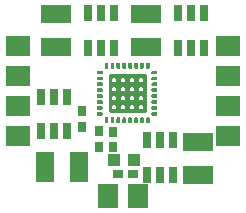
<source format=gts>
G04 DipTrace 2.4.0.2*
%INSocialLightsmall.gts*%
%MOIN*%
%ADD10C,0.0098*%
%ADD28C,0.0065*%
%ADD41R,0.0685X0.0816*%
%ADD43R,0.0816X0.0685*%
%ADD45R,0.0646X0.1039*%
%ADD47R,0.1039X0.0646*%
%ADD49R,0.0291X0.0528*%
%ADD51R,0.037X0.0291*%
%ADD53R,0.0449X0.0409*%
%ADD55R,0.0291X0.037*%
%FSLAX44Y44*%
G04*
G70*
G90*
G75*
G01*
%LNTopMask*%
%LPD*%
D55*
X6635Y6083D3*
Y5572D3*
D53*
X7796Y5119D3*
X7127D3*
D51*
X7774Y4643D3*
X7262D3*
D49*
X9111Y5778D3*
X8678D3*
X8245D3*
Y4616D3*
X8678D3*
X9111D3*
D47*
X9950Y5730D3*
Y4628D3*
D49*
X9254Y8856D3*
X9687D3*
X10120D3*
Y10018D3*
X9687D3*
X9254D3*
D47*
X8187Y8886D3*
Y9988D3*
D49*
X6254Y8856D3*
X6687D3*
X7120D3*
Y10018D3*
X6687D3*
X6254D3*
D47*
X5187Y8886D3*
Y9988D3*
D49*
X5562Y7241D3*
X5129D3*
X4696D3*
Y6079D3*
X5129D3*
X5562D3*
D45*
X5953Y4880D3*
X4850D3*
D43*
X3937Y7937D3*
Y8937D3*
X10937D3*
Y7937D3*
X3937Y6937D3*
Y5937D3*
X10937Y6937D3*
Y5937D3*
D41*
X7937Y3937D3*
X6937D3*
D55*
X7098Y5547D3*
Y6059D3*
X6066Y6749D3*
Y6237D3*
X7629Y7199D2*
D28*
Y7206D1*
X7630Y7214D1*
X7631Y7221D1*
X7633Y7229D1*
X7635Y7236D1*
X7638Y7243D1*
X7641Y7250D1*
X7645Y7257D1*
X7649Y7263D1*
X7654Y7269D1*
X7658Y7275D1*
X7664Y7280D1*
X7669Y7285D1*
X7675Y7290D1*
X7681Y7294D1*
X7688Y7298D1*
X7695Y7301D1*
X7702Y7303D1*
X7709Y7305D1*
X7716Y7307D1*
X7723Y7308D1*
X7730Y7309D1*
X7738D1*
X7745Y7308D1*
X7752Y7307D1*
X7759Y7305D1*
X7766Y7303D1*
X7773Y7301D1*
X7780Y7298D1*
X7786Y7294D1*
X7793Y7290D1*
X7799Y7285D1*
X7804Y7280D1*
X7809Y7275D1*
X7814Y7269D1*
X7819Y7263D1*
X7823Y7257D1*
X7827Y7250D1*
X7830Y7243D1*
X7833Y7236D1*
X7835Y7229D1*
X7837Y7221D1*
X7838Y7214D1*
X7839Y7206D1*
Y7199D1*
Y7191D1*
X7838Y7183D1*
X7837Y7176D1*
X7835Y7168D1*
X7833Y7161D1*
X7830Y7154D1*
X7827Y7147D1*
X7823Y7140D1*
X7819Y7134D1*
X7814Y7128D1*
X7809Y7122D1*
X7804Y7117D1*
X7799Y7112D1*
X7793Y7107D1*
X7786Y7103D1*
X7780Y7100D1*
X7773Y7097D1*
X7766Y7094D1*
X7759Y7092D1*
X7752Y7090D1*
X7745Y7089D1*
X7738D1*
X7730D1*
X7723D1*
X7716Y7090D1*
X7709Y7092D1*
X7702Y7094D1*
X7695Y7097D1*
X7688Y7100D1*
X7681Y7103D1*
X7675Y7107D1*
X7669Y7112D1*
X7664Y7117D1*
X7658Y7122D1*
X7654Y7128D1*
X7649Y7134D1*
X7645Y7140D1*
X7641Y7147D1*
X7638Y7154D1*
X7635Y7161D1*
X7633Y7168D1*
X7631Y7176D1*
X7630Y7183D1*
X7629Y7191D1*
Y7199D1*
X7029D2*
Y7206D1*
X7030Y7214D1*
X7031Y7221D1*
X7033Y7229D1*
X7035Y7236D1*
X7038Y7243D1*
X7041Y7250D1*
X7045Y7257D1*
X7049Y7263D1*
X7054Y7269D1*
X7059Y7275D1*
X7064Y7280D1*
X7070Y7285D1*
X7075Y7290D1*
X7082Y7294D1*
X7088Y7298D1*
X7095Y7301D1*
X7102Y7303D1*
X7109Y7305D1*
X7116Y7307D1*
X7123Y7308D1*
X7131Y7309D1*
X7138D1*
X7145Y7308D1*
X7152Y7307D1*
X7160Y7305D1*
X7167Y7303D1*
X7174Y7301D1*
X7180Y7298D1*
X7187Y7294D1*
X7193Y7290D1*
X7199Y7285D1*
X7204Y7280D1*
X7210Y7275D1*
X7215Y7269D1*
X7219Y7263D1*
X7223Y7257D1*
X7227Y7250D1*
X7230Y7243D1*
X7233Y7236D1*
X7235Y7229D1*
X7237Y7221D1*
X7238Y7214D1*
X7239Y7206D1*
Y7199D1*
Y7191D1*
X7238Y7183D1*
X7237Y7176D1*
X7235Y7168D1*
X7233Y7161D1*
X7230Y7154D1*
X7227Y7147D1*
X7223Y7140D1*
X7219Y7134D1*
X7215Y7128D1*
X7210Y7122D1*
X7204Y7117D1*
X7199Y7112D1*
X7193Y7107D1*
X7187Y7103D1*
X7180Y7100D1*
X7174Y7097D1*
X7167Y7094D1*
X7160Y7092D1*
X7152Y7090D1*
X7145Y7089D1*
X7138D1*
X7131D1*
X7123D1*
X7116Y7090D1*
X7109Y7092D1*
X7102Y7094D1*
X7095Y7097D1*
X7088Y7100D1*
X7082Y7103D1*
X7075Y7107D1*
X7070Y7112D1*
X7064Y7117D1*
X7059Y7122D1*
X7054Y7128D1*
X7049Y7134D1*
X7045Y7140D1*
X7041Y7147D1*
X7038Y7154D1*
X7035Y7161D1*
X7033Y7168D1*
X7031Y7176D1*
X7030Y7183D1*
X7029Y7191D1*
Y7199D1*
X7928D2*
Y7206D1*
X7929Y7214D1*
X7930Y7221D1*
X7932Y7229D1*
X7934Y7236D1*
X7937Y7243D1*
X7940Y7250D1*
X7944Y7257D1*
X7948Y7263D1*
X7953Y7269D1*
X7958Y7275D1*
X7963Y7280D1*
X7968Y7285D1*
X7974Y7290D1*
X7981Y7294D1*
X7987Y7298D1*
X7994Y7301D1*
X8001Y7303D1*
X8008Y7305D1*
X8015Y7307D1*
X8022Y7308D1*
X8029Y7309D1*
X8037D1*
X8044Y7308D1*
X8051Y7307D1*
X8059Y7305D1*
X8066Y7303D1*
X8072Y7301D1*
X8079Y7298D1*
X8086Y7294D1*
X8092Y7290D1*
X8098Y7285D1*
X8103Y7280D1*
X8109Y7275D1*
X8114Y7269D1*
X8118Y7263D1*
X8122Y7257D1*
X8126Y7250D1*
X8129Y7243D1*
X8132Y7236D1*
X8134Y7229D1*
X8136Y7221D1*
X8137Y7214D1*
X8138Y7206D1*
Y7199D1*
Y7191D1*
X8137Y7183D1*
X8136Y7176D1*
X8134Y7168D1*
X8132Y7161D1*
X8129Y7154D1*
X8126Y7147D1*
X8122Y7140D1*
X8118Y7134D1*
X8114Y7128D1*
X8109Y7122D1*
X8103Y7117D1*
X8098Y7112D1*
X8092Y7107D1*
X8086Y7103D1*
X8079Y7100D1*
X8072Y7097D1*
X8066Y7094D1*
X8059Y7092D1*
X8051Y7090D1*
X8044Y7089D1*
X8037D1*
X8029D1*
X8022D1*
X8015Y7090D1*
X8008Y7092D1*
X8001Y7094D1*
X7994Y7097D1*
X7987Y7100D1*
X7981Y7103D1*
X7974Y7107D1*
X7968Y7112D1*
X7963Y7117D1*
X7958Y7122D1*
X7953Y7128D1*
X7948Y7134D1*
X7944Y7140D1*
X7940Y7147D1*
X7937Y7154D1*
X7934Y7161D1*
X7932Y7168D1*
X7930Y7176D1*
X7929Y7183D1*
X7928Y7191D1*
Y7199D1*
X7328D2*
X7329Y7206D1*
Y7214D1*
X7331Y7221D1*
X7332Y7229D1*
X7335Y7236D1*
X7338Y7243D1*
X7341Y7250D1*
X7344Y7257D1*
X7348Y7263D1*
X7353Y7269D1*
X7358Y7275D1*
X7363Y7280D1*
X7369Y7285D1*
X7375Y7290D1*
X7381Y7294D1*
X7387Y7298D1*
X7394Y7301D1*
X7401Y7303D1*
X7408Y7305D1*
X7415Y7307D1*
X7422Y7308D1*
X7430Y7309D1*
X7437D1*
X7444Y7308D1*
X7452Y7307D1*
X7459Y7305D1*
X7466Y7303D1*
X7473Y7301D1*
X7479Y7298D1*
X7486Y7294D1*
X7492Y7290D1*
X7498Y7285D1*
X7504Y7280D1*
X7509Y7275D1*
X7514Y7269D1*
X7518Y7263D1*
X7523Y7257D1*
X7526Y7250D1*
X7529Y7243D1*
X7532Y7236D1*
X7534Y7229D1*
X7536Y7221D1*
X7537Y7214D1*
X7538Y7206D1*
Y7199D1*
Y7191D1*
X7537Y7183D1*
X7536Y7176D1*
X7534Y7168D1*
X7532Y7161D1*
X7529Y7154D1*
X7526Y7147D1*
X7523Y7140D1*
X7518Y7134D1*
X7514Y7128D1*
X7509Y7122D1*
X7504Y7117D1*
X7498Y7112D1*
X7492Y7107D1*
X7486Y7103D1*
X7479Y7100D1*
X7473Y7097D1*
X7466Y7094D1*
X7459Y7092D1*
X7452Y7090D1*
X7444Y7089D1*
X7437D1*
X7430D1*
X7422D1*
X7415Y7090D1*
X7408Y7092D1*
X7401Y7094D1*
X7394Y7097D1*
X7387Y7100D1*
X7381Y7103D1*
X7375Y7107D1*
X7369Y7112D1*
X7363Y7117D1*
X7358Y7122D1*
X7353Y7128D1*
X7348Y7134D1*
X7344Y7140D1*
X7341Y7147D1*
X7338Y7154D1*
X7335Y7161D1*
X7332Y7168D1*
X7331Y7176D1*
X7329Y7183D1*
Y7191D1*
X7328Y7199D1*
X7628Y7498D2*
Y7505D1*
X7629Y7513D1*
X7630Y7521D1*
X7632Y7528D1*
X7634Y7535D1*
X7637Y7543D1*
X7640Y7549D1*
X7644Y7556D1*
X7648Y7562D1*
X7652Y7569D1*
X7657Y7574D1*
X7662Y7580D1*
X7668Y7585D1*
X7674Y7589D1*
X7680Y7593D1*
X7687Y7597D1*
X7693Y7600D1*
X7700Y7602D1*
X7707Y7605D1*
X7714Y7606D1*
X7722Y7607D1*
X7729Y7608D1*
X7736D1*
X7744Y7607D1*
X7751Y7606D1*
X7758Y7605D1*
X7765Y7602D1*
X7772Y7600D1*
X7779Y7597D1*
X7785Y7593D1*
X7791Y7589D1*
X7797Y7585D1*
X7803Y7580D1*
X7808Y7574D1*
X7813Y7569D1*
X7817Y7562D1*
X7822Y7556D1*
X7825Y7549D1*
X7828Y7543D1*
X7831Y7535D1*
X7833Y7528D1*
X7835Y7521D1*
X7837Y7513D1*
Y7505D1*
X7838Y7498D1*
X7837Y7490D1*
Y7482D1*
X7835Y7475D1*
X7833Y7467D1*
X7831Y7460D1*
X7828Y7453D1*
X7825Y7446D1*
X7822Y7439D1*
X7817Y7433D1*
X7813Y7427D1*
X7808Y7421D1*
X7803Y7416D1*
X7797Y7411D1*
X7791Y7407D1*
X7785Y7403D1*
X7779Y7399D1*
X7772Y7396D1*
X7765Y7393D1*
X7758Y7391D1*
X7751Y7389D1*
X7744Y7388D1*
X7736D1*
X7729D1*
X7722D1*
X7714Y7389D1*
X7707Y7391D1*
X7700Y7393D1*
X7693Y7396D1*
X7687Y7399D1*
X7680Y7403D1*
X7674Y7407D1*
X7668Y7411D1*
X7662Y7416D1*
X7657Y7421D1*
X7652Y7427D1*
X7648Y7433D1*
X7644Y7439D1*
X7640Y7446D1*
X7637Y7453D1*
X7634Y7460D1*
X7632Y7467D1*
X7630Y7475D1*
X7629Y7482D1*
X7628Y7490D1*
Y7498D1*
X7028D2*
Y7505D1*
X7029Y7513D1*
X7030Y7521D1*
X7032Y7528D1*
X7034Y7535D1*
X7037Y7543D1*
X7040Y7549D1*
X7044Y7556D1*
X7048Y7562D1*
X7052Y7569D1*
X7057Y7574D1*
X7063Y7580D1*
X7068Y7585D1*
X7074Y7589D1*
X7080Y7593D1*
X7087Y7597D1*
X7094Y7600D1*
X7100Y7602D1*
X7107Y7605D1*
X7115Y7606D1*
X7122Y7607D1*
X7129Y7608D1*
X7137D1*
X7144Y7607D1*
X7151Y7606D1*
X7158Y7605D1*
X7165Y7602D1*
X7172Y7600D1*
X7179Y7597D1*
X7185Y7593D1*
X7192Y7589D1*
X7198Y7585D1*
X7203Y7580D1*
X7208Y7574D1*
X7213Y7569D1*
X7218Y7562D1*
X7222Y7556D1*
X7226Y7549D1*
X7229Y7543D1*
X7232Y7535D1*
X7234Y7528D1*
X7236Y7521D1*
X7237Y7513D1*
X7238Y7505D1*
Y7498D1*
Y7490D1*
X7237Y7482D1*
X7236Y7475D1*
X7234Y7467D1*
X7232Y7460D1*
X7229Y7453D1*
X7226Y7446D1*
X7222Y7439D1*
X7218Y7433D1*
X7213Y7427D1*
X7208Y7421D1*
X7203Y7416D1*
X7198Y7411D1*
X7192Y7407D1*
X7185Y7403D1*
X7179Y7399D1*
X7172Y7396D1*
X7165Y7393D1*
X7158Y7391D1*
X7151Y7389D1*
X7144Y7388D1*
X7137D1*
X7129D1*
X7122D1*
X7115Y7389D1*
X7107Y7391D1*
X7100Y7393D1*
X7094Y7396D1*
X7087Y7399D1*
X7080Y7403D1*
X7074Y7407D1*
X7068Y7411D1*
X7063Y7416D1*
X7057Y7421D1*
X7052Y7427D1*
X7048Y7433D1*
X7044Y7439D1*
X7040Y7446D1*
X7037Y7453D1*
X7034Y7460D1*
X7032Y7467D1*
X7030Y7475D1*
X7029Y7482D1*
X7028Y7490D1*
Y7498D1*
X7927D2*
Y7505D1*
X7928Y7513D1*
X7929Y7521D1*
X7931Y7528D1*
X7933Y7535D1*
X7936Y7543D1*
X7939Y7549D1*
X7943Y7556D1*
X7947Y7562D1*
X7951Y7569D1*
X7956Y7574D1*
X7962Y7580D1*
X7967Y7585D1*
X7973Y7589D1*
X7979Y7593D1*
X7986Y7597D1*
X7992Y7600D1*
X7999Y7602D1*
X8006Y7605D1*
X8014Y7606D1*
X8021Y7607D1*
X8028Y7608D1*
X8035D1*
X8043Y7607D1*
X8050Y7606D1*
X8057Y7605D1*
X8064Y7602D1*
X8071Y7600D1*
X8078Y7597D1*
X8084Y7593D1*
X8091Y7589D1*
X8096Y7585D1*
X8102Y7580D1*
X8107Y7574D1*
X8112Y7569D1*
X8117Y7562D1*
X8121Y7556D1*
X8125Y7549D1*
X8128Y7543D1*
X8130Y7535D1*
X8133Y7528D1*
X8135Y7521D1*
X8136Y7513D1*
X8137Y7505D1*
Y7498D1*
Y7490D1*
X8136Y7482D1*
X8135Y7475D1*
X8133Y7467D1*
X8130Y7460D1*
X8128Y7453D1*
X8125Y7446D1*
X8121Y7439D1*
X8117Y7433D1*
X8112Y7427D1*
X8107Y7421D1*
X8102Y7416D1*
X8096Y7411D1*
X8091Y7407D1*
X8084Y7403D1*
X8078Y7399D1*
X8071Y7396D1*
X8064Y7393D1*
X8057Y7391D1*
X8050Y7389D1*
X8043Y7388D1*
X8035D1*
X8028D1*
X8021D1*
X8014Y7389D1*
X8006Y7391D1*
X7999Y7393D1*
X7992Y7396D1*
X7986Y7399D1*
X7979Y7403D1*
X7973Y7407D1*
X7967Y7411D1*
X7962Y7416D1*
X7956Y7421D1*
X7951Y7427D1*
X7947Y7433D1*
X7943Y7439D1*
X7939Y7446D1*
X7936Y7453D1*
X7933Y7460D1*
X7931Y7467D1*
X7929Y7475D1*
X7928Y7482D1*
X7927Y7490D1*
Y7498D1*
X7327D2*
Y7505D1*
X7328Y7513D1*
X7329Y7521D1*
X7331Y7528D1*
X7333Y7535D1*
X7336Y7543D1*
X7339Y7549D1*
X7343Y7556D1*
X7347Y7562D1*
X7352Y7569D1*
X7357Y7574D1*
X7362Y7580D1*
X7367Y7585D1*
X7373Y7589D1*
X7380Y7593D1*
X7386Y7597D1*
X7393Y7600D1*
X7400Y7602D1*
X7407Y7605D1*
X7414Y7606D1*
X7421Y7607D1*
X7428Y7608D1*
X7436D1*
X7443Y7607D1*
X7450Y7606D1*
X7458Y7605D1*
X7465Y7602D1*
X7471Y7600D1*
X7478Y7597D1*
X7485Y7593D1*
X7491Y7589D1*
X7497Y7585D1*
X7502Y7580D1*
X7508Y7574D1*
X7513Y7569D1*
X7517Y7562D1*
X7521Y7556D1*
X7525Y7549D1*
X7528Y7543D1*
X7531Y7535D1*
X7533Y7528D1*
X7535Y7521D1*
X7536Y7513D1*
X7537Y7505D1*
Y7498D1*
Y7490D1*
X7536Y7482D1*
X7535Y7475D1*
X7533Y7467D1*
X7531Y7460D1*
X7528Y7453D1*
X7525Y7446D1*
X7521Y7439D1*
X7517Y7433D1*
X7513Y7427D1*
X7508Y7421D1*
X7502Y7416D1*
X7497Y7411D1*
X7491Y7407D1*
X7485Y7403D1*
X7478Y7399D1*
X7471Y7396D1*
X7465Y7393D1*
X7458Y7391D1*
X7450Y7389D1*
X7443Y7388D1*
X7436D1*
X7428D1*
X7421D1*
X7414Y7389D1*
X7407Y7391D1*
X7400Y7393D1*
X7393Y7396D1*
X7386Y7399D1*
X7380Y7403D1*
X7373Y7407D1*
X7367Y7411D1*
X7362Y7416D1*
X7357Y7421D1*
X7352Y7427D1*
X7347Y7433D1*
X7343Y7439D1*
X7339Y7446D1*
X7336Y7453D1*
X7333Y7460D1*
X7331Y7467D1*
X7329Y7475D1*
X7328Y7482D1*
X7327Y7490D1*
Y7498D1*
X7628Y6897D2*
Y6904D1*
X7629Y6912D1*
X7630Y6920D1*
X7632Y6927D1*
X7634Y6934D1*
X7637Y6941D1*
X7640Y6948D1*
X7644Y6955D1*
X7648Y6961D1*
X7652Y6967D1*
X7657Y6973D1*
X7662Y6978D1*
X7668Y6983D1*
X7674Y6988D1*
X7680Y6992D1*
X7687Y6996D1*
X7693Y6999D1*
X7700Y7001D1*
X7707Y7003D1*
X7714Y7005D1*
X7722Y7006D1*
X7729Y7007D1*
X7736D1*
X7744Y7006D1*
X7751Y7005D1*
X7758Y7003D1*
X7765Y7001D1*
X7772Y6999D1*
X7779Y6996D1*
X7785Y6992D1*
X7791Y6988D1*
X7797Y6983D1*
X7803Y6978D1*
X7808Y6973D1*
X7813Y6967D1*
X7817Y6961D1*
X7822Y6955D1*
X7825Y6948D1*
X7828Y6941D1*
X7831Y6934D1*
X7833Y6927D1*
X7835Y6920D1*
X7837Y6912D1*
Y6904D1*
X7838Y6897D1*
X7837Y6889D1*
Y6881D1*
X7835Y6874D1*
X7833Y6866D1*
X7831Y6859D1*
X7828Y6852D1*
X7825Y6845D1*
X7822Y6838D1*
X7817Y6832D1*
X7813Y6826D1*
X7808Y6820D1*
X7803Y6815D1*
X7797Y6810D1*
X7791Y6806D1*
X7785Y6802D1*
X7779Y6798D1*
X7772Y6795D1*
X7765Y6792D1*
X7758Y6790D1*
X7751Y6788D1*
X7744Y6787D1*
X7736D1*
X7729D1*
X7722D1*
X7714Y6788D1*
X7707Y6790D1*
X7700Y6792D1*
X7693Y6795D1*
X7687Y6798D1*
X7680Y6802D1*
X7674Y6806D1*
X7668Y6810D1*
X7662Y6815D1*
X7657Y6820D1*
X7652Y6826D1*
X7648Y6832D1*
X7644Y6838D1*
X7640Y6845D1*
X7637Y6852D1*
X7634Y6859D1*
X7632Y6866D1*
X7630Y6874D1*
X7629Y6881D1*
X7628Y6889D1*
Y6897D1*
X7028D2*
Y6904D1*
X7029Y6912D1*
X7030Y6920D1*
X7032Y6927D1*
X7034Y6934D1*
X7037Y6941D1*
X7040Y6948D1*
X7044Y6955D1*
X7048Y6961D1*
X7052Y6967D1*
X7057Y6973D1*
X7063Y6978D1*
X7068Y6983D1*
X7074Y6988D1*
X7080Y6992D1*
X7087Y6996D1*
X7094Y6999D1*
X7100Y7001D1*
X7107Y7003D1*
X7115Y7005D1*
X7122Y7006D1*
X7129Y7007D1*
X7137D1*
X7144Y7006D1*
X7151Y7005D1*
X7158Y7003D1*
X7165Y7001D1*
X7172Y6999D1*
X7179Y6996D1*
X7185Y6992D1*
X7192Y6988D1*
X7198Y6983D1*
X7203Y6978D1*
X7208Y6973D1*
X7213Y6967D1*
X7218Y6961D1*
X7222Y6955D1*
X7226Y6948D1*
X7229Y6941D1*
X7232Y6934D1*
X7234Y6927D1*
X7236Y6920D1*
X7237Y6912D1*
X7238Y6904D1*
Y6897D1*
Y6889D1*
X7237Y6881D1*
X7236Y6874D1*
X7234Y6866D1*
X7232Y6859D1*
X7229Y6852D1*
X7226Y6845D1*
X7222Y6838D1*
X7218Y6832D1*
X7213Y6826D1*
X7208Y6820D1*
X7203Y6815D1*
X7198Y6810D1*
X7192Y6806D1*
X7185Y6802D1*
X7179Y6798D1*
X7172Y6795D1*
X7165Y6792D1*
X7158Y6790D1*
X7151Y6788D1*
X7144Y6787D1*
X7137D1*
X7129D1*
X7122D1*
X7115Y6788D1*
X7107Y6790D1*
X7100Y6792D1*
X7094Y6795D1*
X7087Y6798D1*
X7080Y6802D1*
X7074Y6806D1*
X7068Y6810D1*
X7063Y6815D1*
X7057Y6820D1*
X7052Y6826D1*
X7048Y6832D1*
X7044Y6838D1*
X7040Y6845D1*
X7037Y6852D1*
X7034Y6859D1*
X7032Y6866D1*
X7030Y6874D1*
X7029Y6881D1*
X7028Y6889D1*
Y6897D1*
X7927D2*
Y6904D1*
X7928Y6912D1*
X7929Y6920D1*
X7931Y6927D1*
X7933Y6934D1*
X7936Y6941D1*
X7939Y6948D1*
X7943Y6955D1*
X7947Y6961D1*
X7951Y6967D1*
X7956Y6973D1*
X7962Y6978D1*
X7967Y6983D1*
X7973Y6988D1*
X7979Y6992D1*
X7986Y6996D1*
X7992Y6999D1*
X7999Y7001D1*
X8006Y7003D1*
X8014Y7005D1*
X8021Y7006D1*
X8028Y7007D1*
X8035D1*
X8043Y7006D1*
X8050Y7005D1*
X8057Y7003D1*
X8064Y7001D1*
X8071Y6999D1*
X8078Y6996D1*
X8084Y6992D1*
X8091Y6988D1*
X8096Y6983D1*
X8102Y6978D1*
X8107Y6973D1*
X8112Y6967D1*
X8117Y6961D1*
X8121Y6955D1*
X8125Y6948D1*
X8128Y6941D1*
X8130Y6934D1*
X8133Y6927D1*
X8135Y6920D1*
X8136Y6912D1*
X8137Y6904D1*
Y6897D1*
Y6889D1*
X8136Y6881D1*
X8135Y6874D1*
X8133Y6866D1*
X8130Y6859D1*
X8128Y6852D1*
X8125Y6845D1*
X8121Y6838D1*
X8117Y6832D1*
X8112Y6826D1*
X8107Y6820D1*
X8102Y6815D1*
X8096Y6810D1*
X8091Y6806D1*
X8084Y6802D1*
X8078Y6798D1*
X8071Y6795D1*
X8064Y6792D1*
X8057Y6790D1*
X8050Y6788D1*
X8043Y6787D1*
X8035D1*
X8028D1*
X8021D1*
X8014Y6788D1*
X8006Y6790D1*
X7999Y6792D1*
X7992Y6795D1*
X7986Y6798D1*
X7979Y6802D1*
X7973Y6806D1*
X7967Y6810D1*
X7962Y6815D1*
X7956Y6820D1*
X7951Y6826D1*
X7947Y6832D1*
X7943Y6838D1*
X7939Y6845D1*
X7936Y6852D1*
X7933Y6859D1*
X7931Y6866D1*
X7929Y6874D1*
X7928Y6881D1*
X7927Y6889D1*
Y6897D1*
X7327D2*
Y6904D1*
X7328Y6912D1*
X7329Y6920D1*
X7331Y6927D1*
X7333Y6934D1*
X7336Y6941D1*
X7339Y6948D1*
X7343Y6955D1*
X7347Y6961D1*
X7352Y6967D1*
X7357Y6973D1*
X7362Y6978D1*
X7367Y6983D1*
X7373Y6988D1*
X7380Y6992D1*
X7386Y6996D1*
X7393Y6999D1*
X7400Y7001D1*
X7407Y7003D1*
X7414Y7005D1*
X7421Y7006D1*
X7428Y7007D1*
X7436D1*
X7443Y7006D1*
X7450Y7005D1*
X7458Y7003D1*
X7465Y7001D1*
X7471Y6999D1*
X7478Y6996D1*
X7485Y6992D1*
X7491Y6988D1*
X7497Y6983D1*
X7502Y6978D1*
X7508Y6973D1*
X7513Y6967D1*
X7517Y6961D1*
X7521Y6955D1*
X7525Y6948D1*
X7528Y6941D1*
X7531Y6934D1*
X7533Y6927D1*
X7535Y6920D1*
X7536Y6912D1*
X7537Y6904D1*
Y6897D1*
Y6889D1*
X7536Y6881D1*
X7535Y6874D1*
X7533Y6866D1*
X7531Y6859D1*
X7528Y6852D1*
X7525Y6845D1*
X7521Y6838D1*
X7517Y6832D1*
X7513Y6826D1*
X7508Y6820D1*
X7502Y6815D1*
X7497Y6810D1*
X7491Y6806D1*
X7485Y6802D1*
X7478Y6798D1*
X7471Y6795D1*
X7465Y6792D1*
X7458Y6790D1*
X7450Y6788D1*
X7443Y6787D1*
X7436D1*
X7428D1*
X7421D1*
X7414Y6788D1*
X7407Y6790D1*
X7400Y6792D1*
X7393Y6795D1*
X7386Y6798D1*
X7380Y6802D1*
X7373Y6806D1*
X7367Y6810D1*
X7362Y6815D1*
X7357Y6820D1*
X7352Y6826D1*
X7347Y6832D1*
X7343Y6838D1*
X7339Y6845D1*
X7336Y6852D1*
X7333Y6859D1*
X7331Y6866D1*
X7329Y6874D1*
X7328Y6881D1*
X7327Y6889D1*
Y6897D1*
X7628Y7798D2*
Y7806D1*
X7629Y7814D1*
X7630Y7821D1*
X7632Y7829D1*
X7634Y7836D1*
X7637Y7843D1*
X7640Y7850D1*
X7644Y7857D1*
X7648Y7863D1*
X7652Y7869D1*
X7657Y7875D1*
X7662Y7880D1*
X7668Y7885D1*
X7674Y7889D1*
X7680Y7894D1*
X7687Y7897D1*
X7693Y7900D1*
X7700Y7903D1*
X7707Y7905D1*
X7714Y7907D1*
X7722Y7908D1*
X7729D1*
X7736D1*
X7744D1*
X7751Y7907D1*
X7758Y7905D1*
X7765Y7903D1*
X7772Y7900D1*
X7779Y7897D1*
X7785Y7894D1*
X7791Y7889D1*
X7797Y7885D1*
X7803Y7880D1*
X7808Y7875D1*
X7813Y7869D1*
X7817Y7863D1*
X7822Y7857D1*
X7825Y7850D1*
X7828Y7843D1*
X7831Y7836D1*
X7833Y7829D1*
X7835Y7821D1*
X7837Y7814D1*
Y7806D1*
X7838Y7798D1*
X7837Y7791D1*
Y7783D1*
X7835Y7775D1*
X7833Y7768D1*
X7831Y7761D1*
X7828Y7754D1*
X7825Y7747D1*
X7822Y7740D1*
X7817Y7734D1*
X7813Y7728D1*
X7808Y7722D1*
X7803Y7717D1*
X7797Y7712D1*
X7791Y7707D1*
X7785Y7703D1*
X7779Y7699D1*
X7772Y7696D1*
X7765Y7694D1*
X7758Y7692D1*
X7751Y7690D1*
X7744Y7689D1*
X7736Y7688D1*
X7729D1*
X7722Y7689D1*
X7714Y7690D1*
X7707Y7692D1*
X7700Y7694D1*
X7693Y7696D1*
X7687Y7699D1*
X7680Y7703D1*
X7674Y7707D1*
X7668Y7712D1*
X7662Y7717D1*
X7657Y7722D1*
X7652Y7728D1*
X7648Y7734D1*
X7644Y7740D1*
X7640Y7747D1*
X7637Y7754D1*
X7634Y7761D1*
X7632Y7768D1*
X7630Y7775D1*
X7629Y7783D1*
X7628Y7791D1*
Y7798D1*
X7028D2*
Y7806D1*
X7029Y7814D1*
X7030Y7821D1*
X7032Y7829D1*
X7034Y7836D1*
X7037Y7843D1*
X7040Y7850D1*
X7044Y7857D1*
X7048Y7863D1*
X7052Y7869D1*
X7057Y7875D1*
X7063Y7880D1*
X7068Y7885D1*
X7074Y7889D1*
X7080Y7894D1*
X7087Y7897D1*
X7094Y7900D1*
X7100Y7903D1*
X7107Y7905D1*
X7115Y7907D1*
X7122Y7908D1*
X7129D1*
X7137D1*
X7144D1*
X7151Y7907D1*
X7158Y7905D1*
X7165Y7903D1*
X7172Y7900D1*
X7179Y7897D1*
X7185Y7894D1*
X7192Y7889D1*
X7198Y7885D1*
X7203Y7880D1*
X7208Y7875D1*
X7213Y7869D1*
X7218Y7863D1*
X7222Y7857D1*
X7226Y7850D1*
X7229Y7843D1*
X7232Y7836D1*
X7234Y7829D1*
X7236Y7821D1*
X7237Y7814D1*
X7238Y7806D1*
Y7798D1*
Y7791D1*
X7237Y7783D1*
X7236Y7775D1*
X7234Y7768D1*
X7232Y7761D1*
X7229Y7754D1*
X7226Y7747D1*
X7222Y7740D1*
X7218Y7734D1*
X7213Y7728D1*
X7208Y7722D1*
X7203Y7717D1*
X7198Y7712D1*
X7192Y7707D1*
X7185Y7703D1*
X7179Y7699D1*
X7172Y7696D1*
X7165Y7694D1*
X7158Y7692D1*
X7151Y7690D1*
X7144Y7689D1*
X7137Y7688D1*
X7129D1*
X7122Y7689D1*
X7115Y7690D1*
X7107Y7692D1*
X7100Y7694D1*
X7094Y7696D1*
X7087Y7699D1*
X7080Y7703D1*
X7074Y7707D1*
X7068Y7712D1*
X7063Y7717D1*
X7057Y7722D1*
X7052Y7728D1*
X7048Y7734D1*
X7044Y7740D1*
X7040Y7747D1*
X7037Y7754D1*
X7034Y7761D1*
X7032Y7768D1*
X7030Y7775D1*
X7029Y7783D1*
X7028Y7791D1*
Y7798D1*
X7927D2*
Y7806D1*
X7928Y7814D1*
X7929Y7821D1*
X7931Y7829D1*
X7933Y7836D1*
X7936Y7843D1*
X7939Y7850D1*
X7943Y7857D1*
X7947Y7863D1*
X7951Y7869D1*
X7956Y7875D1*
X7962Y7880D1*
X7967Y7885D1*
X7973Y7889D1*
X7979Y7894D1*
X7986Y7897D1*
X7992Y7900D1*
X7999Y7903D1*
X8006Y7905D1*
X8014Y7907D1*
X8021Y7908D1*
X8028D1*
X8035D1*
X8043D1*
X8050Y7907D1*
X8057Y7905D1*
X8064Y7903D1*
X8071Y7900D1*
X8078Y7897D1*
X8084Y7894D1*
X8091Y7889D1*
X8096Y7885D1*
X8102Y7880D1*
X8107Y7875D1*
X8112Y7869D1*
X8117Y7863D1*
X8121Y7857D1*
X8125Y7850D1*
X8128Y7843D1*
X8130Y7836D1*
X8133Y7829D1*
X8135Y7821D1*
X8136Y7814D1*
X8137Y7806D1*
Y7798D1*
Y7791D1*
X8136Y7783D1*
X8135Y7775D1*
X8133Y7768D1*
X8130Y7761D1*
X8128Y7754D1*
X8125Y7747D1*
X8121Y7740D1*
X8117Y7734D1*
X8112Y7728D1*
X8107Y7722D1*
X8102Y7717D1*
X8096Y7712D1*
X8091Y7707D1*
X8084Y7703D1*
X8078Y7699D1*
X8071Y7696D1*
X8064Y7694D1*
X8057Y7692D1*
X8050Y7690D1*
X8043Y7689D1*
X8035Y7688D1*
X8028D1*
X8021Y7689D1*
X8014Y7690D1*
X8006Y7692D1*
X7999Y7694D1*
X7992Y7696D1*
X7986Y7699D1*
X7979Y7703D1*
X7973Y7707D1*
X7967Y7712D1*
X7962Y7717D1*
X7956Y7722D1*
X7951Y7728D1*
X7947Y7734D1*
X7943Y7740D1*
X7939Y7747D1*
X7936Y7754D1*
X7933Y7761D1*
X7931Y7768D1*
X7929Y7775D1*
X7928Y7783D1*
X7927Y7791D1*
Y7798D1*
X7327D2*
Y7806D1*
X7328Y7814D1*
X7329Y7821D1*
X7331Y7829D1*
X7333Y7836D1*
X7336Y7843D1*
X7339Y7850D1*
X7343Y7857D1*
X7347Y7863D1*
X7352Y7869D1*
X7357Y7875D1*
X7362Y7880D1*
X7367Y7885D1*
X7373Y7889D1*
X7380Y7894D1*
X7386Y7897D1*
X7393Y7900D1*
X7400Y7903D1*
X7407Y7905D1*
X7414Y7907D1*
X7421Y7908D1*
X7428D1*
X7436D1*
X7443D1*
X7450Y7907D1*
X7458Y7905D1*
X7465Y7903D1*
X7471Y7900D1*
X7478Y7897D1*
X7485Y7894D1*
X7491Y7889D1*
X7497Y7885D1*
X7502Y7880D1*
X7508Y7875D1*
X7513Y7869D1*
X7517Y7863D1*
X7521Y7857D1*
X7525Y7850D1*
X7528Y7843D1*
X7531Y7836D1*
X7533Y7829D1*
X7535Y7821D1*
X7536Y7814D1*
X7537Y7806D1*
Y7798D1*
Y7791D1*
X7536Y7783D1*
X7535Y7775D1*
X7533Y7768D1*
X7531Y7761D1*
X7528Y7754D1*
X7525Y7747D1*
X7521Y7740D1*
X7517Y7734D1*
X7513Y7728D1*
X7508Y7722D1*
X7502Y7717D1*
X7497Y7712D1*
X7491Y7707D1*
X7485Y7703D1*
X7478Y7699D1*
X7471Y7696D1*
X7465Y7694D1*
X7458Y7692D1*
X7450Y7690D1*
X7443Y7689D1*
X7436Y7688D1*
X7428D1*
X7421Y7689D1*
X7414Y7690D1*
X7407Y7692D1*
X7400Y7694D1*
X7393Y7696D1*
X7386Y7699D1*
X7380Y7703D1*
X7373Y7707D1*
X7367Y7712D1*
X7362Y7717D1*
X7357Y7722D1*
X7352Y7728D1*
X7347Y7734D1*
X7343Y7740D1*
X7339Y7747D1*
X7336Y7754D1*
X7333Y7761D1*
X7331Y7768D1*
X7329Y7775D1*
X7328Y7783D1*
X7327Y7791D1*
Y7798D1*
G36*
X7949Y6756D2*
X7820D1*
Y7915D1*
X7949D1*
Y6756D1*
G37*
G36*
X7647Y6762D2*
X7517D1*
Y7918D1*
X7647D1*
Y6762D1*
G37*
G36*
X7349Y6772D2*
X7211D1*
Y7915D1*
X7349D1*
Y6772D1*
G37*
G36*
X8163Y6967D2*
X7016D1*
Y7126D1*
X8163D1*
Y6967D1*
G37*
G36*
X8154Y7279D2*
X7009D1*
Y7422D1*
X8154D1*
Y7279D1*
G37*
G36*
X8143Y7579D2*
X7017D1*
Y7712D1*
X8143D1*
Y7579D1*
G37*
X8166Y6748D2*
D10*
X6987D1*
Y7955D1*
X8166D1*
Y6748D1*
G36*
X8427Y6728D2*
X8566D1*
Y6603D1*
X8427D1*
X8411Y6608D1*
X8397Y6616D1*
X8385Y6627D1*
X8377Y6641D1*
X8373Y6658D1*
Y6674D1*
X8377Y6690D1*
X8385Y6704D1*
X8397Y6716D1*
X8411Y6724D1*
X8427Y6728D1*
G37*
G36*
Y6925D2*
X8566D1*
Y6800D1*
X8427D1*
X8411Y6804D1*
X8397Y6813D1*
X8385Y6824D1*
X8377Y6838D1*
X8373Y6854D1*
Y6871D1*
X8377Y6887D1*
X8385Y6901D1*
X8397Y6913D1*
X8411Y6921D1*
X8427Y6925D1*
G37*
G36*
Y7122D2*
X8566D1*
Y6997D1*
X8427D1*
X8411Y7001D1*
X8397Y7009D1*
X8385Y7021D1*
X8377Y7035D1*
X8373Y7051D1*
Y7068D1*
X8377Y7084D1*
X8385Y7098D1*
X8397Y7109D1*
X8411Y7118D1*
X8427Y7122D1*
G37*
G36*
Y7319D2*
X8566D1*
Y7194D1*
X8427D1*
X8411Y7198D1*
X8397Y7206D1*
X8385Y7218D1*
X8377Y7232D1*
X8373Y7248D1*
Y7264D1*
X8377Y7281D1*
X8385Y7295D1*
X8397Y7306D1*
X8411Y7314D1*
X8427Y7319D1*
G37*
G36*
Y7516D2*
X8566D1*
Y7391D1*
X8427D1*
X8411Y7395D1*
X8397Y7403D1*
X8385Y7415D1*
X8377Y7429D1*
X8373Y7445D1*
Y7461D1*
X8377Y7477D1*
X8385Y7491D1*
X8397Y7503D1*
X8411Y7511D1*
X8427Y7516D1*
G37*
G36*
Y7713D2*
X8566D1*
Y7587D1*
X8427D1*
X8411Y7592D1*
X8397Y7600D1*
X8385Y7612D1*
X8377Y7626D1*
X8373Y7642D1*
Y7658D1*
X8377Y7674D1*
X8385Y7688D1*
X8397Y7700D1*
X8411Y7708D1*
X8427Y7713D1*
G37*
G36*
Y7909D2*
X8566D1*
Y7784D1*
X8427D1*
X8411Y7789D1*
X8397Y7797D1*
X8385Y7809D1*
X8377Y7822D1*
X8373Y7839D1*
Y7855D1*
X8377Y7871D1*
X8385Y7885D1*
X8397Y7897D1*
X8411Y7905D1*
X8427Y7909D1*
G37*
G36*
Y8106D2*
X8566D1*
Y7981D1*
X8427D1*
X8411Y7986D1*
X8397Y7994D1*
X8385Y8005D1*
X8377Y8019D1*
X8373Y8036D1*
Y8052D1*
X8377Y8068D1*
X8385Y8082D1*
X8397Y8094D1*
X8411Y8102D1*
X8427Y8106D1*
G37*
G36*
X8200Y8208D2*
Y8347D1*
X8325D1*
Y8208D1*
X8321Y8192D1*
X8313Y8178D1*
X8301Y8167D1*
X8287Y8158D1*
X8271Y8154D1*
X8254D1*
X8238Y8158D1*
X8224Y8167D1*
X8213Y8178D1*
X8205Y8192D1*
X8200Y8208D1*
G37*
G36*
X8003D2*
Y8347D1*
X8128D1*
Y8208D1*
X8124Y8192D1*
X8116Y8178D1*
X8104Y8167D1*
X8090Y8158D1*
X8074Y8154D1*
X8058D1*
X8041Y8158D1*
X8027Y8167D1*
X8016Y8178D1*
X8008Y8192D1*
X8003Y8208D1*
G37*
G36*
X7806D2*
Y8347D1*
X7932D1*
Y8208D1*
X7927Y8192D1*
X7919Y8178D1*
X7907Y8167D1*
X7893Y8158D1*
X7877Y8154D1*
X7861D1*
X7845Y8158D1*
X7831Y8167D1*
X7819Y8178D1*
X7811Y8192D1*
X7806Y8208D1*
G37*
G36*
X7609D2*
Y8347D1*
X7735D1*
Y8208D1*
X7730Y8192D1*
X7722Y8178D1*
X7710Y8167D1*
X7696Y8158D1*
X7680Y8154D1*
X7664D1*
X7648Y8158D1*
X7634Y8167D1*
X7622Y8178D1*
X7614Y8192D1*
X7609Y8208D1*
G37*
G36*
X7413D2*
Y8347D1*
X7538D1*
Y8208D1*
X7533Y8192D1*
X7525Y8178D1*
X7514Y8167D1*
X7500Y8158D1*
X7483Y8154D1*
X7467D1*
X7451Y8158D1*
X7437Y8167D1*
X7425Y8178D1*
X7417Y8192D1*
X7413Y8208D1*
G37*
G36*
X7216D2*
Y8347D1*
X7341D1*
Y8208D1*
X7336Y8192D1*
X7328Y8178D1*
X7317Y8167D1*
X7303Y8158D1*
X7287Y8154D1*
X7270D1*
X7254Y8158D1*
X7240Y8167D1*
X7228Y8178D1*
X7220Y8192D1*
X7216Y8208D1*
G37*
G36*
X7019D2*
Y8347D1*
X7144D1*
Y8208D1*
X7140Y8192D1*
X7132Y8178D1*
X7120Y8167D1*
X7106Y8158D1*
X7090Y8154D1*
X7073D1*
X7057Y8158D1*
X7043Y8167D1*
X7032Y8178D1*
X7023Y8192D1*
X7019Y8208D1*
G37*
G36*
X6822D2*
Y8347D1*
X6947D1*
Y8208D1*
X6943Y8192D1*
X6935Y8178D1*
X6923Y8167D1*
X6909Y8158D1*
X6893Y8154D1*
X6877D1*
X6860Y8158D1*
X6846Y8167D1*
X6835Y8178D1*
X6827Y8192D1*
X6822Y8208D1*
G37*
G36*
X6720Y7981D2*
X6582D1*
Y8106D1*
X6720D1*
X6736Y8102D1*
X6750Y8094D1*
X6762Y8082D1*
X6770Y8068D1*
X6774Y8052D1*
Y8036D1*
X6770Y8019D1*
X6762Y8005D1*
X6750Y7994D1*
X6736Y7986D1*
X6720Y7981D1*
G37*
G36*
Y7784D2*
X6582D1*
Y7909D1*
X6720D1*
X6736Y7905D1*
X6750Y7897D1*
X6762Y7885D1*
X6770Y7871D1*
X6774Y7855D1*
Y7839D1*
X6770Y7822D1*
X6762Y7809D1*
X6750Y7797D1*
X6736Y7789D1*
X6720Y7784D1*
G37*
G36*
Y7587D2*
X6582D1*
Y7713D1*
X6720D1*
X6736Y7708D1*
X6750Y7700D1*
X6762Y7688D1*
X6770Y7674D1*
X6774Y7658D1*
Y7642D1*
X6770Y7626D1*
X6762Y7612D1*
X6750Y7600D1*
X6736Y7592D1*
X6720Y7587D1*
G37*
G36*
Y7391D2*
X6582D1*
Y7516D1*
X6720D1*
X6736Y7511D1*
X6750Y7503D1*
X6762Y7491D1*
X6770Y7477D1*
X6774Y7461D1*
Y7445D1*
X6770Y7429D1*
X6762Y7415D1*
X6750Y7403D1*
X6736Y7395D1*
X6720Y7391D1*
G37*
G36*
Y7194D2*
X6582D1*
Y7319D1*
X6720D1*
X6736Y7314D1*
X6750Y7306D1*
X6762Y7295D1*
X6770Y7281D1*
X6774Y7264D1*
Y7248D1*
X6770Y7232D1*
X6762Y7218D1*
X6750Y7206D1*
X6736Y7198D1*
X6720Y7194D1*
G37*
G36*
Y6997D2*
X6582D1*
Y7122D1*
X6720D1*
X6736Y7118D1*
X6750Y7109D1*
X6762Y7098D1*
X6770Y7084D1*
X6774Y7068D1*
Y7051D1*
X6770Y7035D1*
X6762Y7021D1*
X6750Y7009D1*
X6736Y7001D1*
X6720Y6997D1*
G37*
G36*
Y6800D2*
X6582D1*
Y6925D1*
X6720D1*
X6736Y6921D1*
X6750Y6913D1*
X6762Y6901D1*
X6770Y6887D1*
X6774Y6871D1*
Y6854D1*
X6770Y6838D1*
X6762Y6824D1*
X6750Y6813D1*
X6736Y6804D1*
X6720Y6800D1*
G37*
G36*
Y6603D2*
X6582D1*
Y6728D1*
X6720D1*
X6736Y6724D1*
X6750Y6716D1*
X6762Y6704D1*
X6770Y6690D1*
X6774Y6674D1*
Y6658D1*
X6770Y6641D1*
X6762Y6627D1*
X6750Y6616D1*
X6736Y6608D1*
X6720Y6603D1*
G37*
G36*
X6947Y6501D2*
Y6363D1*
X6822D1*
Y6501D1*
X6827Y6517D1*
X6835Y6531D1*
X6846Y6543D1*
X6860Y6551D1*
X6877Y6555D1*
X6893D1*
X6909Y6551D1*
X6923Y6543D1*
X6935Y6531D1*
X6943Y6517D1*
X6947Y6501D1*
G37*
G36*
X7144D2*
Y6363D1*
X7019D1*
Y6501D1*
X7023Y6517D1*
X7032Y6531D1*
X7043Y6543D1*
X7057Y6551D1*
X7073Y6555D1*
X7090D1*
X7106Y6551D1*
X7120Y6543D1*
X7132Y6531D1*
X7140Y6517D1*
X7144Y6501D1*
G37*
G36*
X7341D2*
Y6363D1*
X7216D1*
Y6501D1*
X7220Y6517D1*
X7228Y6531D1*
X7240Y6543D1*
X7254Y6551D1*
X7270Y6555D1*
X7287D1*
X7303Y6551D1*
X7317Y6543D1*
X7328Y6531D1*
X7336Y6517D1*
X7341Y6501D1*
G37*
G36*
X7538D2*
Y6363D1*
X7413D1*
Y6501D1*
X7417Y6517D1*
X7425Y6531D1*
X7437Y6543D1*
X7451Y6551D1*
X7467Y6555D1*
X7483D1*
X7500Y6551D1*
X7514Y6543D1*
X7525Y6531D1*
X7533Y6517D1*
X7538Y6501D1*
G37*
G36*
X7735D2*
Y6363D1*
X7609D1*
Y6501D1*
X7614Y6517D1*
X7622Y6531D1*
X7634Y6543D1*
X7648Y6551D1*
X7664Y6555D1*
X7680D1*
X7696Y6551D1*
X7710Y6543D1*
X7722Y6531D1*
X7730Y6517D1*
X7735Y6501D1*
G37*
G36*
X7932D2*
Y6363D1*
X7806D1*
Y6501D1*
X7811Y6517D1*
X7819Y6531D1*
X7831Y6543D1*
X7845Y6551D1*
X7861Y6555D1*
X7877D1*
X7893Y6551D1*
X7907Y6543D1*
X7919Y6531D1*
X7927Y6517D1*
X7932Y6501D1*
G37*
G36*
X8128D2*
Y6363D1*
X8003D1*
Y6501D1*
X8008Y6517D1*
X8016Y6531D1*
X8027Y6543D1*
X8041Y6551D1*
X8058Y6555D1*
X8074D1*
X8090Y6551D1*
X8104Y6543D1*
X8116Y6531D1*
X8124Y6517D1*
X8128Y6501D1*
G37*
G36*
X8325D2*
Y6363D1*
X8200D1*
Y6501D1*
X8205Y6517D1*
X8213Y6531D1*
X8224Y6543D1*
X8238Y6551D1*
X8254Y6555D1*
X8271D1*
X8287Y6551D1*
X8301Y6543D1*
X8313Y6531D1*
X8321Y6517D1*
X8325Y6501D1*
G37*
M02*

</source>
